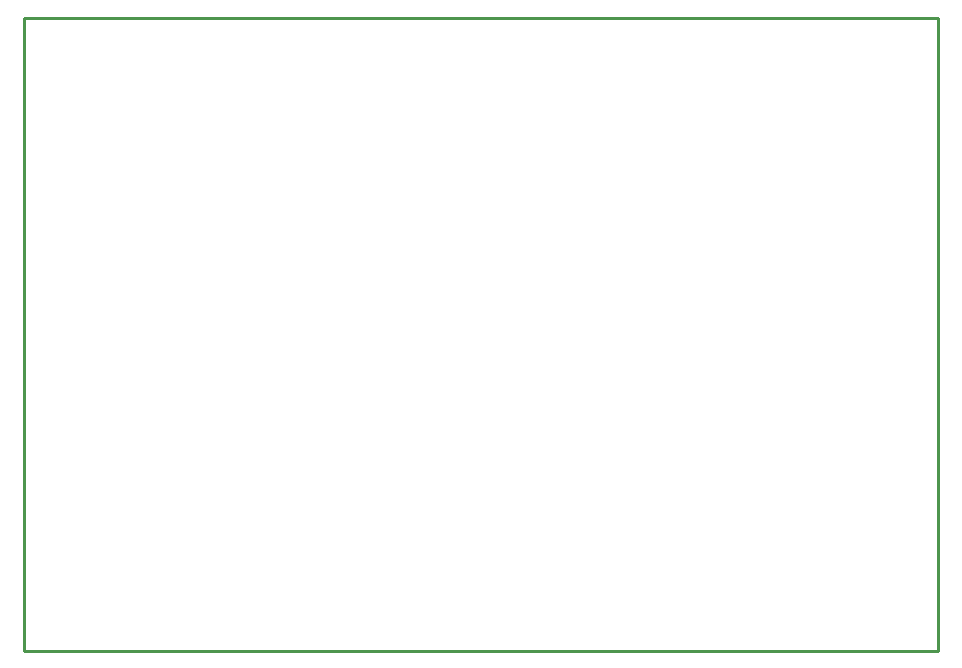
<source format=gko>
G04 Layer: BoardOutlineLayer*
G04 EasyEDA v6.5.54, 2026-02-13 05:53:55*
G04 70323f53a5ba4409a2e903c6c44e9b96,20cc673dbd184c8ca6733993ffc9aab1,10*
G04 Gerber Generator version 0.2*
G04 Scale: 100 percent, Rotated: No, Reflected: No *
G04 Dimensions in millimeters *
G04 leading zeros omitted , absolute positions ,4 integer and 5 decimal *
%FSLAX45Y45*%
%MOMM*%

%ADD10C,0.2540*%
%ADD11C,0.0104*%
D10*
X685800Y6794500D02*
G01*
X685800Y7251700D01*
X8420100Y7251700D01*
X8420100Y6919213D01*
X8420100Y1892300D01*
X685800Y1892300D01*
X685800Y6946900D01*

%LPD*%
M02*

</source>
